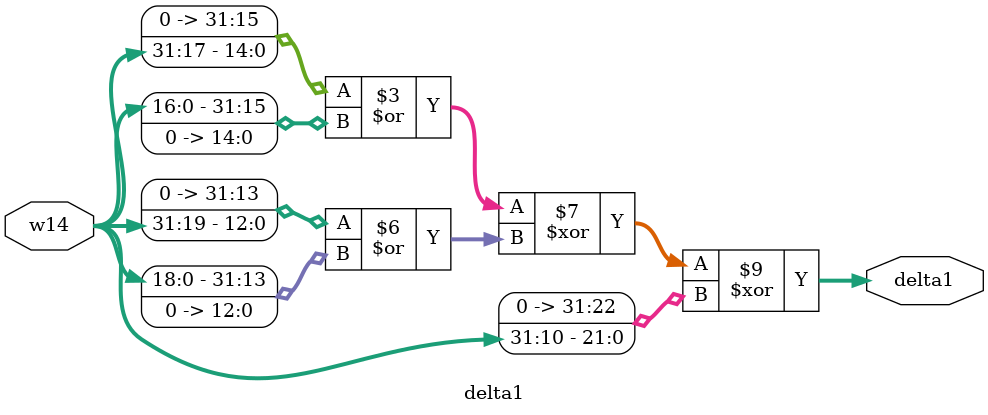
<source format=v>
module delta1 (
    input  wire [31:0] w14,   // Input 32-bit word
    output wire [31:0] delta1 // Output of σ1
);

    // Compute σ1 directly
    assign delta1 = ((w14 >> 17) | (w14 << 15)) ^  // (w14 rightrotate 17)
                    ((w14 >> 19) | (w14 << 13)) ^ // (w14 rightrotate 19)
                    (w14 >> 10);                 // (w14 rightshift 10)

endmodule
</source>
